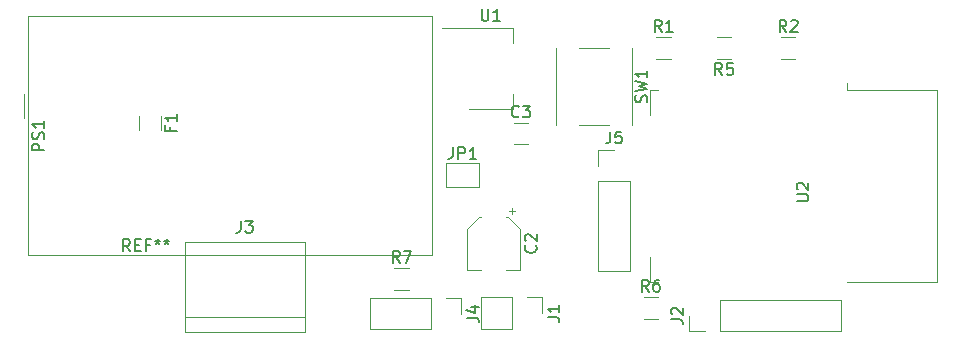
<source format=gbr>
G04 #@! TF.GenerationSoftware,KiCad,Pcbnew,(5.1.5-0-10_14)*
G04 #@! TF.CreationDate,2020-06-28T15:17:39+02:00*
G04 #@! TF.ProjectId,ESP8266-PowerMonitor,45535038-3236-4362-9d50-6f7765724d6f,rev?*
G04 #@! TF.SameCoordinates,Original*
G04 #@! TF.FileFunction,Legend,Top*
G04 #@! TF.FilePolarity,Positive*
%FSLAX46Y46*%
G04 Gerber Fmt 4.6, Leading zero omitted, Abs format (unit mm)*
G04 Created by KiCad (PCBNEW (5.1.5-0-10_14)) date 2020-06-28 15:17:39*
%MOMM*%
%LPD*%
G04 APERTURE LIST*
%ADD10C,0.120000*%
%ADD11C,0.150000*%
G04 APERTURE END LIST*
D10*
X155970000Y-102170000D02*
X157300000Y-102170000D01*
X155970000Y-103500000D02*
X155970000Y-102170000D01*
X155970000Y-104770000D02*
X158630000Y-104770000D01*
X158630000Y-104770000D02*
X158630000Y-112450000D01*
X155970000Y-104770000D02*
X155970000Y-112450000D01*
X155970000Y-112450000D02*
X158630000Y-112450000D01*
X184620000Y-97130000D02*
X184620000Y-113370000D01*
X184620000Y-113370000D02*
X177000000Y-113370000D01*
X161000000Y-113370000D02*
X160380000Y-113370000D01*
X160380000Y-113370000D02*
X160380000Y-111250000D01*
X160380000Y-99250000D02*
X160380000Y-97130000D01*
X160380000Y-97130000D02*
X161000000Y-97130000D01*
X177000000Y-97130000D02*
X184620000Y-97130000D01*
X177000000Y-97130000D02*
X177000000Y-96520000D01*
X176490000Y-117530000D02*
X176490000Y-114870000D01*
X166270000Y-117530000D02*
X176490000Y-117530000D01*
X166270000Y-114870000D02*
X176490000Y-114870000D01*
X166270000Y-117530000D02*
X166270000Y-114870000D01*
X165000000Y-117530000D02*
X163670000Y-117530000D01*
X163670000Y-117530000D02*
X163670000Y-116200000D01*
X143075000Y-105300000D02*
X143075000Y-103300000D01*
X145875000Y-105300000D02*
X143075000Y-105300000D01*
X145875000Y-103300000D02*
X145875000Y-105300000D01*
X143075000Y-103300000D02*
X145875000Y-103300000D01*
X160885436Y-92640000D02*
X162089564Y-92640000D01*
X160885436Y-94460000D02*
X162089564Y-94460000D01*
X171460436Y-94460000D02*
X172664564Y-94460000D01*
X171460436Y-92640000D02*
X172664564Y-92640000D01*
X167214564Y-94460000D02*
X166010436Y-94460000D01*
X167214564Y-92640000D02*
X166010436Y-92640000D01*
X159810436Y-116460000D02*
X161014564Y-116460000D01*
X159810436Y-114640000D02*
X161014564Y-114640000D01*
X158830000Y-100030000D02*
X158800000Y-100030000D01*
X152370000Y-100030000D02*
X152400000Y-100030000D01*
X152370000Y-93570000D02*
X152400000Y-93570000D01*
X158800000Y-93570000D02*
X158830000Y-93570000D01*
X156900000Y-100030000D02*
X154300000Y-100030000D01*
X158830000Y-93570000D02*
X158830000Y-100030000D01*
X156900000Y-93570000D02*
X154300000Y-93570000D01*
X152370000Y-93570000D02*
X152370000Y-100030000D01*
X148760000Y-98710000D02*
X148760000Y-97450000D01*
X148760000Y-91890000D02*
X148760000Y-93150000D01*
X145000000Y-98710000D02*
X148760000Y-98710000D01*
X142750000Y-91890000D02*
X148760000Y-91890000D01*
X136640000Y-114720000D02*
X136640000Y-117380000D01*
X141780000Y-114720000D02*
X136640000Y-114720000D01*
X141780000Y-117380000D02*
X136640000Y-117380000D01*
X141780000Y-114720000D02*
X141780000Y-117380000D01*
X143050000Y-114720000D02*
X144380000Y-114720000D01*
X144380000Y-114720000D02*
X144380000Y-116050000D01*
X144840000Y-112360000D02*
X146040000Y-112360000D01*
X149360000Y-112360000D02*
X148160000Y-112360000D01*
X149360000Y-108904437D02*
X149360000Y-112360000D01*
X144840000Y-108904437D02*
X144840000Y-112360000D01*
X145904437Y-107840000D02*
X146040000Y-107840000D01*
X148295563Y-107840000D02*
X148160000Y-107840000D01*
X148295563Y-107840000D02*
X149360000Y-108904437D01*
X145904437Y-107840000D02*
X144840000Y-108904437D01*
X148660000Y-107100000D02*
X148660000Y-107600000D01*
X148910000Y-107350000D02*
X148410000Y-107350000D01*
X148810436Y-101710000D02*
X150014564Y-101710000D01*
X148810436Y-99890000D02*
X150014564Y-99890000D01*
X146030000Y-114670000D02*
X146030000Y-117330000D01*
X148630000Y-114670000D02*
X146030000Y-114670000D01*
X148630000Y-117330000D02*
X146030000Y-117330000D01*
X148630000Y-114670000D02*
X148630000Y-117330000D01*
X149900000Y-114670000D02*
X151230000Y-114670000D01*
X151230000Y-114670000D02*
X151230000Y-116000000D01*
X138710436Y-114010000D02*
X139914564Y-114010000D01*
X138710436Y-112190000D02*
X139914564Y-112190000D01*
X118910000Y-99285436D02*
X118910000Y-100489564D01*
X117090000Y-99285436D02*
X117090000Y-100489564D01*
X131120000Y-116340000D02*
X120960000Y-116340000D01*
X131120000Y-117610000D02*
X131120000Y-109990000D01*
X131120000Y-109990000D02*
X120960000Y-109990000D01*
X120960000Y-109990000D02*
X120960000Y-117610000D01*
X120960000Y-117610000D02*
X131120000Y-117610000D01*
X107700000Y-90850000D02*
X107700000Y-111050000D01*
X107700000Y-111050000D02*
X141900000Y-111050000D01*
X141900000Y-111050000D02*
X141900000Y-90850000D01*
X141900000Y-90850000D02*
X107700000Y-90850000D01*
X107310000Y-97450000D02*
X107310000Y-99460000D01*
D11*
X116316666Y-110752380D02*
X115983333Y-110276190D01*
X115745238Y-110752380D02*
X115745238Y-109752380D01*
X116126190Y-109752380D01*
X116221428Y-109800000D01*
X116269047Y-109847619D01*
X116316666Y-109942857D01*
X116316666Y-110085714D01*
X116269047Y-110180952D01*
X116221428Y-110228571D01*
X116126190Y-110276190D01*
X115745238Y-110276190D01*
X116745238Y-110228571D02*
X117078571Y-110228571D01*
X117221428Y-110752380D02*
X116745238Y-110752380D01*
X116745238Y-109752380D01*
X117221428Y-109752380D01*
X117983333Y-110228571D02*
X117650000Y-110228571D01*
X117650000Y-110752380D02*
X117650000Y-109752380D01*
X118126190Y-109752380D01*
X118650000Y-109752380D02*
X118650000Y-109990476D01*
X118411904Y-109895238D02*
X118650000Y-109990476D01*
X118888095Y-109895238D01*
X118507142Y-110180952D02*
X118650000Y-109990476D01*
X118792857Y-110180952D01*
X119411904Y-109752380D02*
X119411904Y-109990476D01*
X119173809Y-109895238D02*
X119411904Y-109990476D01*
X119650000Y-109895238D01*
X119269047Y-110180952D02*
X119411904Y-109990476D01*
X119554761Y-110180952D01*
X156966666Y-100622380D02*
X156966666Y-101336666D01*
X156919047Y-101479523D01*
X156823809Y-101574761D01*
X156680952Y-101622380D01*
X156585714Y-101622380D01*
X157919047Y-100622380D02*
X157442857Y-100622380D01*
X157395238Y-101098571D01*
X157442857Y-101050952D01*
X157538095Y-101003333D01*
X157776190Y-101003333D01*
X157871428Y-101050952D01*
X157919047Y-101098571D01*
X157966666Y-101193809D01*
X157966666Y-101431904D01*
X157919047Y-101527142D01*
X157871428Y-101574761D01*
X157776190Y-101622380D01*
X157538095Y-101622380D01*
X157442857Y-101574761D01*
X157395238Y-101527142D01*
X172752380Y-106511904D02*
X173561904Y-106511904D01*
X173657142Y-106464285D01*
X173704761Y-106416666D01*
X173752380Y-106321428D01*
X173752380Y-106130952D01*
X173704761Y-106035714D01*
X173657142Y-105988095D01*
X173561904Y-105940476D01*
X172752380Y-105940476D01*
X172847619Y-105511904D02*
X172800000Y-105464285D01*
X172752380Y-105369047D01*
X172752380Y-105130952D01*
X172800000Y-105035714D01*
X172847619Y-104988095D01*
X172942857Y-104940476D01*
X173038095Y-104940476D01*
X173180952Y-104988095D01*
X173752380Y-105559523D01*
X173752380Y-104940476D01*
X162122380Y-116533333D02*
X162836666Y-116533333D01*
X162979523Y-116580952D01*
X163074761Y-116676190D01*
X163122380Y-116819047D01*
X163122380Y-116914285D01*
X162217619Y-116104761D02*
X162170000Y-116057142D01*
X162122380Y-115961904D01*
X162122380Y-115723809D01*
X162170000Y-115628571D01*
X162217619Y-115580952D01*
X162312857Y-115533333D01*
X162408095Y-115533333D01*
X162550952Y-115580952D01*
X163122380Y-116152380D01*
X163122380Y-115533333D01*
X143641666Y-101952380D02*
X143641666Y-102666666D01*
X143594047Y-102809523D01*
X143498809Y-102904761D01*
X143355952Y-102952380D01*
X143260714Y-102952380D01*
X144117857Y-102952380D02*
X144117857Y-101952380D01*
X144498809Y-101952380D01*
X144594047Y-102000000D01*
X144641666Y-102047619D01*
X144689285Y-102142857D01*
X144689285Y-102285714D01*
X144641666Y-102380952D01*
X144594047Y-102428571D01*
X144498809Y-102476190D01*
X144117857Y-102476190D01*
X145641666Y-102952380D02*
X145070238Y-102952380D01*
X145355952Y-102952380D02*
X145355952Y-101952380D01*
X145260714Y-102095238D01*
X145165476Y-102190476D01*
X145070238Y-102238095D01*
X161320833Y-92182380D02*
X160987500Y-91706190D01*
X160749404Y-92182380D02*
X160749404Y-91182380D01*
X161130357Y-91182380D01*
X161225595Y-91230000D01*
X161273214Y-91277619D01*
X161320833Y-91372857D01*
X161320833Y-91515714D01*
X161273214Y-91610952D01*
X161225595Y-91658571D01*
X161130357Y-91706190D01*
X160749404Y-91706190D01*
X162273214Y-92182380D02*
X161701785Y-92182380D01*
X161987500Y-92182380D02*
X161987500Y-91182380D01*
X161892261Y-91325238D01*
X161797023Y-91420476D01*
X161701785Y-91468095D01*
X171895833Y-92182380D02*
X171562500Y-91706190D01*
X171324404Y-92182380D02*
X171324404Y-91182380D01*
X171705357Y-91182380D01*
X171800595Y-91230000D01*
X171848214Y-91277619D01*
X171895833Y-91372857D01*
X171895833Y-91515714D01*
X171848214Y-91610952D01*
X171800595Y-91658571D01*
X171705357Y-91706190D01*
X171324404Y-91706190D01*
X172276785Y-91277619D02*
X172324404Y-91230000D01*
X172419642Y-91182380D01*
X172657738Y-91182380D01*
X172752976Y-91230000D01*
X172800595Y-91277619D01*
X172848214Y-91372857D01*
X172848214Y-91468095D01*
X172800595Y-91610952D01*
X172229166Y-92182380D01*
X172848214Y-92182380D01*
X166445833Y-95822380D02*
X166112500Y-95346190D01*
X165874404Y-95822380D02*
X165874404Y-94822380D01*
X166255357Y-94822380D01*
X166350595Y-94870000D01*
X166398214Y-94917619D01*
X166445833Y-95012857D01*
X166445833Y-95155714D01*
X166398214Y-95250952D01*
X166350595Y-95298571D01*
X166255357Y-95346190D01*
X165874404Y-95346190D01*
X167350595Y-94822380D02*
X166874404Y-94822380D01*
X166826785Y-95298571D01*
X166874404Y-95250952D01*
X166969642Y-95203333D01*
X167207738Y-95203333D01*
X167302976Y-95250952D01*
X167350595Y-95298571D01*
X167398214Y-95393809D01*
X167398214Y-95631904D01*
X167350595Y-95727142D01*
X167302976Y-95774761D01*
X167207738Y-95822380D01*
X166969642Y-95822380D01*
X166874404Y-95774761D01*
X166826785Y-95727142D01*
X160245833Y-114182380D02*
X159912500Y-113706190D01*
X159674404Y-114182380D02*
X159674404Y-113182380D01*
X160055357Y-113182380D01*
X160150595Y-113230000D01*
X160198214Y-113277619D01*
X160245833Y-113372857D01*
X160245833Y-113515714D01*
X160198214Y-113610952D01*
X160150595Y-113658571D01*
X160055357Y-113706190D01*
X159674404Y-113706190D01*
X161102976Y-113182380D02*
X160912500Y-113182380D01*
X160817261Y-113230000D01*
X160769642Y-113277619D01*
X160674404Y-113420476D01*
X160626785Y-113610952D01*
X160626785Y-113991904D01*
X160674404Y-114087142D01*
X160722023Y-114134761D01*
X160817261Y-114182380D01*
X161007738Y-114182380D01*
X161102976Y-114134761D01*
X161150595Y-114087142D01*
X161198214Y-113991904D01*
X161198214Y-113753809D01*
X161150595Y-113658571D01*
X161102976Y-113610952D01*
X161007738Y-113563333D01*
X160817261Y-113563333D01*
X160722023Y-113610952D01*
X160674404Y-113658571D01*
X160626785Y-113753809D01*
X160054761Y-98133333D02*
X160102380Y-97990476D01*
X160102380Y-97752380D01*
X160054761Y-97657142D01*
X160007142Y-97609523D01*
X159911904Y-97561904D01*
X159816666Y-97561904D01*
X159721428Y-97609523D01*
X159673809Y-97657142D01*
X159626190Y-97752380D01*
X159578571Y-97942857D01*
X159530952Y-98038095D01*
X159483333Y-98085714D01*
X159388095Y-98133333D01*
X159292857Y-98133333D01*
X159197619Y-98085714D01*
X159150000Y-98038095D01*
X159102380Y-97942857D01*
X159102380Y-97704761D01*
X159150000Y-97561904D01*
X159102380Y-97228571D02*
X160102380Y-96990476D01*
X159388095Y-96800000D01*
X160102380Y-96609523D01*
X159102380Y-96371428D01*
X160102380Y-95466666D02*
X160102380Y-96038095D01*
X160102380Y-95752380D02*
X159102380Y-95752380D01*
X159245238Y-95847619D01*
X159340476Y-95942857D01*
X159388095Y-96038095D01*
X146088095Y-90252380D02*
X146088095Y-91061904D01*
X146135714Y-91157142D01*
X146183333Y-91204761D01*
X146278571Y-91252380D01*
X146469047Y-91252380D01*
X146564285Y-91204761D01*
X146611904Y-91157142D01*
X146659523Y-91061904D01*
X146659523Y-90252380D01*
X147659523Y-91252380D02*
X147088095Y-91252380D01*
X147373809Y-91252380D02*
X147373809Y-90252380D01*
X147278571Y-90395238D01*
X147183333Y-90490476D01*
X147088095Y-90538095D01*
X144832380Y-116383333D02*
X145546666Y-116383333D01*
X145689523Y-116430952D01*
X145784761Y-116526190D01*
X145832380Y-116669047D01*
X145832380Y-116764285D01*
X145165714Y-115478571D02*
X145832380Y-115478571D01*
X144784761Y-115716666D02*
X145499047Y-115954761D01*
X145499047Y-115335714D01*
X150657142Y-110266666D02*
X150704761Y-110314285D01*
X150752380Y-110457142D01*
X150752380Y-110552380D01*
X150704761Y-110695238D01*
X150609523Y-110790476D01*
X150514285Y-110838095D01*
X150323809Y-110885714D01*
X150180952Y-110885714D01*
X149990476Y-110838095D01*
X149895238Y-110790476D01*
X149800000Y-110695238D01*
X149752380Y-110552380D01*
X149752380Y-110457142D01*
X149800000Y-110314285D01*
X149847619Y-110266666D01*
X149847619Y-109885714D02*
X149800000Y-109838095D01*
X149752380Y-109742857D01*
X149752380Y-109504761D01*
X149800000Y-109409523D01*
X149847619Y-109361904D01*
X149942857Y-109314285D01*
X150038095Y-109314285D01*
X150180952Y-109361904D01*
X150752380Y-109933333D01*
X150752380Y-109314285D01*
X149245833Y-99337142D02*
X149198214Y-99384761D01*
X149055357Y-99432380D01*
X148960119Y-99432380D01*
X148817261Y-99384761D01*
X148722023Y-99289523D01*
X148674404Y-99194285D01*
X148626785Y-99003809D01*
X148626785Y-98860952D01*
X148674404Y-98670476D01*
X148722023Y-98575238D01*
X148817261Y-98480000D01*
X148960119Y-98432380D01*
X149055357Y-98432380D01*
X149198214Y-98480000D01*
X149245833Y-98527619D01*
X149579166Y-98432380D02*
X150198214Y-98432380D01*
X149864880Y-98813333D01*
X150007738Y-98813333D01*
X150102976Y-98860952D01*
X150150595Y-98908571D01*
X150198214Y-99003809D01*
X150198214Y-99241904D01*
X150150595Y-99337142D01*
X150102976Y-99384761D01*
X150007738Y-99432380D01*
X149722023Y-99432380D01*
X149626785Y-99384761D01*
X149579166Y-99337142D01*
X151682380Y-116333333D02*
X152396666Y-116333333D01*
X152539523Y-116380952D01*
X152634761Y-116476190D01*
X152682380Y-116619047D01*
X152682380Y-116714285D01*
X152682380Y-115333333D02*
X152682380Y-115904761D01*
X152682380Y-115619047D02*
X151682380Y-115619047D01*
X151825238Y-115714285D01*
X151920476Y-115809523D01*
X151968095Y-115904761D01*
X139145833Y-111732380D02*
X138812500Y-111256190D01*
X138574404Y-111732380D02*
X138574404Y-110732380D01*
X138955357Y-110732380D01*
X139050595Y-110780000D01*
X139098214Y-110827619D01*
X139145833Y-110922857D01*
X139145833Y-111065714D01*
X139098214Y-111160952D01*
X139050595Y-111208571D01*
X138955357Y-111256190D01*
X138574404Y-111256190D01*
X139479166Y-110732380D02*
X140145833Y-110732380D01*
X139717261Y-111732380D01*
X119748571Y-100220833D02*
X119748571Y-100554166D01*
X120272380Y-100554166D02*
X119272380Y-100554166D01*
X119272380Y-100077976D01*
X120272380Y-99173214D02*
X120272380Y-99744642D01*
X120272380Y-99458928D02*
X119272380Y-99458928D01*
X119415238Y-99554166D01*
X119510476Y-99649404D01*
X119558095Y-99744642D01*
X125706666Y-108172380D02*
X125706666Y-108886666D01*
X125659047Y-109029523D01*
X125563809Y-109124761D01*
X125420952Y-109172380D01*
X125325714Y-109172380D01*
X126087619Y-108172380D02*
X126706666Y-108172380D01*
X126373333Y-108553333D01*
X126516190Y-108553333D01*
X126611428Y-108600952D01*
X126659047Y-108648571D01*
X126706666Y-108743809D01*
X126706666Y-108981904D01*
X126659047Y-109077142D01*
X126611428Y-109124761D01*
X126516190Y-109172380D01*
X126230476Y-109172380D01*
X126135238Y-109124761D01*
X126087619Y-109077142D01*
X109052380Y-102214285D02*
X108052380Y-102214285D01*
X108052380Y-101833333D01*
X108100000Y-101738095D01*
X108147619Y-101690476D01*
X108242857Y-101642857D01*
X108385714Y-101642857D01*
X108480952Y-101690476D01*
X108528571Y-101738095D01*
X108576190Y-101833333D01*
X108576190Y-102214285D01*
X109004761Y-101261904D02*
X109052380Y-101119047D01*
X109052380Y-100880952D01*
X109004761Y-100785714D01*
X108957142Y-100738095D01*
X108861904Y-100690476D01*
X108766666Y-100690476D01*
X108671428Y-100738095D01*
X108623809Y-100785714D01*
X108576190Y-100880952D01*
X108528571Y-101071428D01*
X108480952Y-101166666D01*
X108433333Y-101214285D01*
X108338095Y-101261904D01*
X108242857Y-101261904D01*
X108147619Y-101214285D01*
X108100000Y-101166666D01*
X108052380Y-101071428D01*
X108052380Y-100833333D01*
X108100000Y-100690476D01*
X109052380Y-99738095D02*
X109052380Y-100309523D01*
X109052380Y-100023809D02*
X108052380Y-100023809D01*
X108195238Y-100119047D01*
X108290476Y-100214285D01*
X108338095Y-100309523D01*
M02*

</source>
